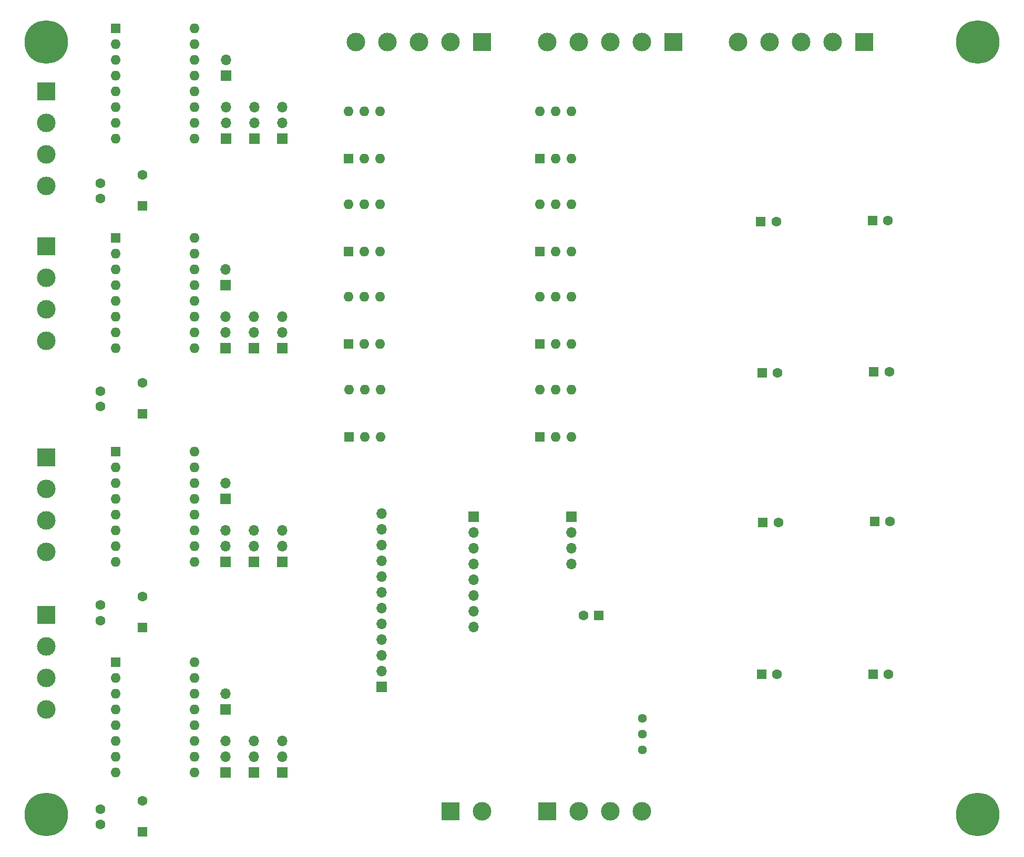
<source format=gbr>
%TF.GenerationSoftware,KiCad,Pcbnew,6.0.2+dfsg-1*%
%TF.CreationDate,2025-02-18T10:21:27-03:00*%
%TF.ProjectId,modulo_remoteapi_v1_1,6d6f6475-6c6f-45f7-9265-6d6f74656170,rev?*%
%TF.SameCoordinates,Original*%
%TF.FileFunction,Soldermask,Bot*%
%TF.FilePolarity,Negative*%
%FSLAX46Y46*%
G04 Gerber Fmt 4.6, Leading zero omitted, Abs format (unit mm)*
G04 Created by KiCad (PCBNEW 6.0.2+dfsg-1) date 2025-02-18 10:21:27*
%MOMM*%
%LPD*%
G01*
G04 APERTURE LIST*
%ADD10C,7.000000*%
%ADD11R,1.600000X1.600000*%
%ADD12C,1.600000*%
%ADD13R,1.700000X1.700000*%
%ADD14O,1.700000X1.700000*%
%ADD15R,3.000000X3.000000*%
%ADD16C,3.000000*%
%ADD17O,1.600000X1.600000*%
%ADD18C,1.440000*%
G04 APERTURE END LIST*
D10*
%TO.C,H1*%
X-315065000Y-26500000D03*
%TD*%
D11*
%TO.C,C21*%
X-199970000Y-55420000D03*
D12*
X-197470000Y-55420000D03*
%TD*%
D13*
%TO.C,J7*%
X-286130000Y-110280000D03*
D14*
X-286130000Y-107740000D03*
X-286130000Y-105200000D03*
%TD*%
D15*
%TO.C,J23*%
X-315065000Y-59440000D03*
D16*
X-315065000Y-64520000D03*
X-315065000Y-69600000D03*
X-315065000Y-74680000D03*
%TD*%
D11*
%TO.C,U11*%
X-266381666Y-60266666D03*
D17*
X-263841666Y-60266666D03*
X-261301666Y-60266666D03*
X-261301666Y-52646666D03*
X-263841666Y-52646666D03*
X-266381666Y-52646666D03*
%TD*%
D13*
%TO.C,J25*%
X-286130000Y-134080000D03*
D14*
X-286130000Y-131540000D03*
%TD*%
D12*
%TO.C,C6*%
X-306340000Y-51750000D03*
X-306340000Y-49250000D03*
%TD*%
D13*
%TO.C,J4*%
X-281565000Y-144280000D03*
D14*
X-281565000Y-141740000D03*
X-281565000Y-139200000D03*
%TD*%
D11*
%TO.C,U12*%
X-266381666Y-75144999D03*
D17*
X-263841666Y-75144999D03*
X-261301666Y-75144999D03*
X-261301666Y-67524999D03*
X-263841666Y-67524999D03*
X-266381666Y-67524999D03*
%TD*%
D15*
%TO.C,J24*%
X-315065000Y-93460000D03*
D16*
X-315065000Y-98540000D03*
X-315065000Y-103620000D03*
X-315065000Y-108700000D03*
%TD*%
D13*
%TO.C,J6*%
X-277065000Y-144280000D03*
D14*
X-277065000Y-141740000D03*
X-277065000Y-139200000D03*
%TD*%
D12*
%TO.C,C1*%
X-306340000Y-85250000D03*
X-306340000Y-82750000D03*
%TD*%
D11*
%TO.C,C8*%
X-299565000Y-52902651D03*
D12*
X-299565000Y-47902651D03*
%TD*%
D13*
%TO.C,J10*%
X-286065000Y-42050000D03*
D14*
X-286065000Y-39510000D03*
X-286065000Y-36970000D03*
%TD*%
D11*
%TO.C,C30*%
X-181750000Y-79655000D03*
D12*
X-179250000Y-79655000D03*
%TD*%
D11*
%TO.C,C29*%
X-181880000Y-128395000D03*
D12*
X-179380000Y-128395000D03*
%TD*%
D11*
%TO.C,C7*%
X-299565000Y-120902651D03*
D12*
X-299565000Y-115902651D03*
%TD*%
D11*
%TO.C,U16*%
X-235525000Y-75144999D03*
D17*
X-232985000Y-75144999D03*
X-230445000Y-75144999D03*
X-230445000Y-67524999D03*
X-232985000Y-67524999D03*
X-235525000Y-67524999D03*
%TD*%
D11*
%TO.C,C4*%
X-299565000Y-153800302D03*
D12*
X-299565000Y-148800302D03*
%TD*%
D15*
%TO.C,J21*%
X-249951666Y-150500000D03*
D16*
X-244871666Y-150500000D03*
%TD*%
D13*
%TO.C,J5*%
X-277065000Y-75890000D03*
D14*
X-277065000Y-73350000D03*
X-277065000Y-70810000D03*
%TD*%
D13*
%TO.C,J8*%
X-281565000Y-110280000D03*
D14*
X-281565000Y-107740000D03*
X-281565000Y-105200000D03*
%TD*%
D11*
%TO.C,C16*%
X-181620000Y-103785000D03*
D12*
X-179120000Y-103785000D03*
%TD*%
D11*
%TO.C,C36*%
X-199750000Y-79800000D03*
D12*
X-197250000Y-79800000D03*
%TD*%
D11*
%TO.C,C35*%
X-199842379Y-128395000D03*
D12*
X-197342379Y-128395000D03*
%TD*%
D10*
%TO.C,H4*%
X-165000000Y-151000000D03*
%TD*%
D15*
%TO.C,J20*%
X-315065000Y-34430000D03*
D16*
X-315065000Y-39510000D03*
X-315065000Y-44590000D03*
X-315065000Y-49670000D03*
%TD*%
D10*
%TO.C,H2*%
X-165000000Y-26500000D03*
%TD*%
%TO.C,H3*%
X-315065000Y-151000000D03*
%TD*%
D11*
%TO.C,U17*%
X-235525000Y-45323333D03*
D17*
X-232985000Y-45323333D03*
X-230445000Y-45323333D03*
X-230445000Y-37703333D03*
X-232985000Y-37703333D03*
X-235525000Y-37703333D03*
%TD*%
D11*
%TO.C,C3*%
X-299565000Y-86402651D03*
D12*
X-299565000Y-81402651D03*
%TD*%
D11*
%TO.C,C15*%
X-181970000Y-55275000D03*
D12*
X-179470000Y-55275000D03*
%TD*%
D11*
%TO.C,A1*%
X-303905000Y-58110000D03*
D17*
X-303905000Y-60650000D03*
X-303905000Y-63190000D03*
X-303905000Y-65730000D03*
X-303905000Y-68270000D03*
X-303905000Y-70810000D03*
X-303905000Y-73350000D03*
X-303905000Y-75890000D03*
X-291205000Y-75890000D03*
X-291205000Y-73350000D03*
X-291205000Y-70810000D03*
X-291205000Y-68270000D03*
X-291205000Y-65730000D03*
X-291205000Y-63190000D03*
X-291205000Y-60650000D03*
X-291205000Y-58110000D03*
%TD*%
D11*
%TO.C,U15*%
X-235525000Y-60266666D03*
D17*
X-232985000Y-60266666D03*
X-230445000Y-60266666D03*
X-230445000Y-52646666D03*
X-232985000Y-52646666D03*
X-235525000Y-52646666D03*
%TD*%
D11*
%TO.C,A3*%
X-303905000Y-92500000D03*
D17*
X-303905000Y-95040000D03*
X-303905000Y-97580000D03*
X-303905000Y-100120000D03*
X-303905000Y-102660000D03*
X-303905000Y-105200000D03*
X-303905000Y-107740000D03*
X-303905000Y-110280000D03*
X-291205000Y-110280000D03*
X-291205000Y-107740000D03*
X-291205000Y-105200000D03*
X-291205000Y-102660000D03*
X-291205000Y-100120000D03*
X-291205000Y-97580000D03*
X-291205000Y-95040000D03*
X-291205000Y-92500000D03*
%TD*%
D11*
%TO.C,A4*%
X-303840000Y-24270000D03*
D17*
X-303840000Y-26810000D03*
X-303840000Y-29350000D03*
X-303840000Y-31890000D03*
X-303840000Y-34430000D03*
X-303840000Y-36970000D03*
X-303840000Y-39510000D03*
X-303840000Y-42050000D03*
X-291140000Y-42050000D03*
X-291140000Y-39510000D03*
X-291140000Y-36970000D03*
X-291140000Y-34430000D03*
X-291140000Y-31890000D03*
X-291140000Y-29350000D03*
X-291140000Y-26810000D03*
X-291140000Y-24270000D03*
%TD*%
D15*
%TO.C,J16*%
X-234335000Y-150500000D03*
D16*
X-229255000Y-150500000D03*
X-224175000Y-150500000D03*
X-219095000Y-150500000D03*
%TD*%
D11*
%TO.C,C22*%
X-199620000Y-103930000D03*
D12*
X-197120000Y-103930000D03*
%TD*%
D11*
%TO.C,C38*%
X-226030000Y-118945000D03*
D12*
X-228530000Y-118945000D03*
%TD*%
D11*
%TO.C,A2*%
X-303905000Y-126500000D03*
D17*
X-303905000Y-129040000D03*
X-303905000Y-131580000D03*
X-303905000Y-134120000D03*
X-303905000Y-136660000D03*
X-303905000Y-139200000D03*
X-303905000Y-141740000D03*
X-303905000Y-144280000D03*
X-291205000Y-144280000D03*
X-291205000Y-141740000D03*
X-291205000Y-139200000D03*
X-291205000Y-136660000D03*
X-291205000Y-134120000D03*
X-291205000Y-131580000D03*
X-291205000Y-129040000D03*
X-291205000Y-126500000D03*
%TD*%
D11*
%TO.C,U10*%
X-266281666Y-90173333D03*
D17*
X-263741666Y-90173333D03*
X-261201666Y-90173333D03*
X-261201666Y-82553333D03*
X-263741666Y-82553333D03*
X-266281666Y-82553333D03*
%TD*%
D11*
%TO.C,U13*%
X-266381666Y-45323333D03*
D17*
X-263841666Y-45323333D03*
X-261301666Y-45323333D03*
X-261301666Y-37703333D03*
X-263841666Y-37703333D03*
X-266381666Y-37703333D03*
%TD*%
D13*
%TO.C,J28*%
X-286065000Y-31890000D03*
D14*
X-286065000Y-29350000D03*
%TD*%
D12*
%TO.C,C2*%
X-306340000Y-152647651D03*
X-306340000Y-150147651D03*
%TD*%
D13*
%TO.C,J3*%
X-281565000Y-75890000D03*
D14*
X-281565000Y-73350000D03*
X-281565000Y-70810000D03*
%TD*%
D15*
%TO.C,J22*%
X-315000000Y-118880000D03*
D16*
X-315000000Y-123960000D03*
X-315000000Y-129040000D03*
X-315000000Y-134120000D03*
%TD*%
D11*
%TO.C,U14*%
X-235525000Y-90173333D03*
D17*
X-232985000Y-90173333D03*
X-230445000Y-90173333D03*
X-230445000Y-82553333D03*
X-232985000Y-82553333D03*
X-235525000Y-82553333D03*
%TD*%
D13*
%TO.C,J15*%
X-261000000Y-130475000D03*
D14*
X-261000000Y-127935000D03*
X-261000000Y-125395000D03*
X-261000000Y-122855000D03*
X-261000000Y-120315000D03*
X-261000000Y-117775000D03*
X-261000000Y-115235000D03*
X-261000000Y-112695000D03*
X-261000000Y-110155000D03*
X-261000000Y-107615000D03*
X-261000000Y-105075000D03*
X-261000000Y-102535000D03*
%TD*%
D13*
%TO.C,J9*%
X-277065000Y-110280000D03*
D14*
X-277065000Y-107740000D03*
X-277065000Y-105200000D03*
%TD*%
D15*
%TO.C,J17*%
X-244871666Y-26500000D03*
D16*
X-249951666Y-26500000D03*
X-255031666Y-26500000D03*
X-260111666Y-26500000D03*
X-265191666Y-26500000D03*
%TD*%
D13*
%TO.C,J2*%
X-286130000Y-144280000D03*
D14*
X-286130000Y-141740000D03*
X-286130000Y-139200000D03*
%TD*%
D13*
%TO.C,J12*%
X-277000000Y-42050000D03*
D14*
X-277000000Y-39510000D03*
X-277000000Y-36970000D03*
%TD*%
D12*
%TO.C,C5*%
X-306340000Y-119750000D03*
X-306340000Y-117250000D03*
%TD*%
D13*
%TO.C,J14*%
X-230445000Y-103000000D03*
D14*
X-230445000Y-105540000D03*
X-230445000Y-108080000D03*
X-230445000Y-110620000D03*
%TD*%
D15*
%TO.C,J19*%
X-214015000Y-26500000D03*
D16*
X-219095000Y-26500000D03*
X-224175000Y-26500000D03*
X-229255000Y-26500000D03*
X-234335000Y-26500000D03*
%TD*%
D13*
%TO.C,J11*%
X-281500000Y-42050000D03*
D14*
X-281500000Y-39510000D03*
X-281500000Y-36970000D03*
%TD*%
D13*
%TO.C,J27*%
X-286130000Y-100120000D03*
D14*
X-286130000Y-97580000D03*
%TD*%
D13*
%TO.C,J13*%
X-246210000Y-103000000D03*
D14*
X-246210000Y-105540000D03*
X-246210000Y-108080000D03*
X-246210000Y-110620000D03*
X-246210000Y-113160000D03*
X-246210000Y-115700000D03*
X-246210000Y-118240000D03*
X-246210000Y-120780000D03*
%TD*%
D18*
%TO.C,RV1*%
X-219065000Y-140580000D03*
X-219065000Y-138040000D03*
X-219065000Y-135500000D03*
%TD*%
D15*
%TO.C,J18*%
X-183340000Y-26500000D03*
D16*
X-188420000Y-26500000D03*
X-193500000Y-26500000D03*
X-198580000Y-26500000D03*
X-203660000Y-26500000D03*
%TD*%
D13*
%TO.C,J1*%
X-286130000Y-75890000D03*
D14*
X-286130000Y-73350000D03*
X-286130000Y-70810000D03*
%TD*%
D13*
%TO.C,J26*%
X-286130000Y-65730000D03*
D14*
X-286130000Y-63190000D03*
%TD*%
M02*

</source>
